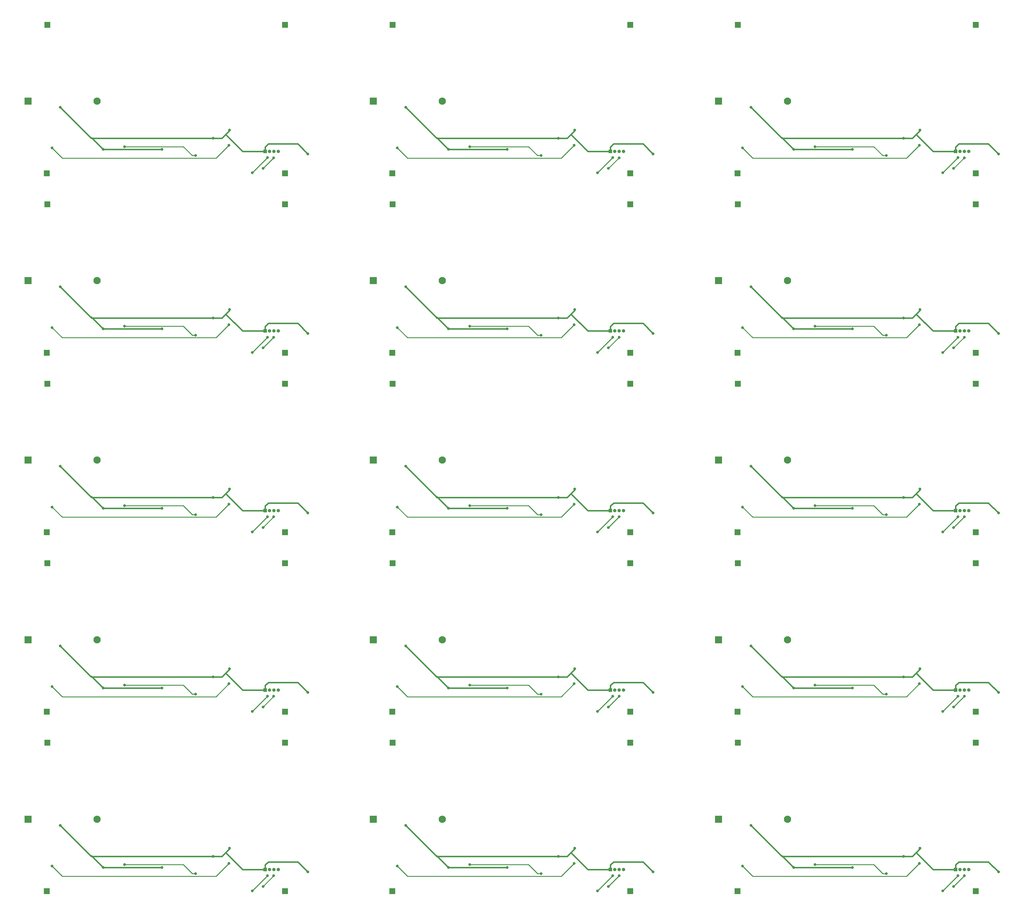
<source format=gbl>
%TF.GenerationSoftware,KiCad,Pcbnew,7.0.1-3b83917a11~171~ubuntu20.04.1*%
%TF.CreationDate,2023-10-26T02:31:41+02:00*%
%TF.ProjectId,panel_bottom,70616e65-6c5f-4626-9f74-746f6d2e6b69,rev?*%
%TF.SameCoordinates,Original*%
%TF.FileFunction,Copper,L2,Bot*%
%TF.FilePolarity,Positive*%
%FSLAX46Y46*%
G04 Gerber Fmt 4.6, Leading zero omitted, Abs format (unit mm)*
G04 Created by KiCad (PCBNEW 7.0.1-3b83917a11~171~ubuntu20.04.1) date 2023-10-26 02:31:41*
%MOMM*%
%LPD*%
G01*
G04 APERTURE LIST*
%TA.AperFunction,ComponentPad*%
%ADD10R,1.700000X1.700000*%
%TD*%
%TA.AperFunction,ComponentPad*%
%ADD11R,2.100000X2.100000*%
%TD*%
%TA.AperFunction,ComponentPad*%
%ADD12C,2.100000*%
%TD*%
%TA.AperFunction,ComponentPad*%
%ADD13R,1.000000X1.000000*%
%TD*%
%TA.AperFunction,ComponentPad*%
%ADD14O,1.000000X1.000000*%
%TD*%
%TA.AperFunction,ViaPad*%
%ADD15C,0.800000*%
%TD*%
%TA.AperFunction,Conductor*%
%ADD16C,0.254000*%
%TD*%
%TA.AperFunction,Conductor*%
%ADD17C,0.381000*%
%TD*%
G04 APERTURE END LIST*
D10*
%TO.P,J3,1,Pin_1*%
%TO.N,Board_11-GND*%
X213300000Y-179500000D03*
%TD*%
%TO.P,J3,1,Pin_1*%
%TO.N,Board_12-GND*%
X13300000Y-231500000D03*
%TD*%
%TO.P,J3,1,Pin_1*%
%TO.N,Board_13-GND*%
X113300000Y-231500000D03*
%TD*%
%TO.P,J3,1,Pin_1*%
%TO.N,Board_14-GND*%
X213300000Y-231500000D03*
%TD*%
%TO.P,J3,1,Pin_1*%
%TO.N,Board_0-GND*%
X13300000Y-23500000D03*
%TD*%
%TO.P,J3,1,Pin_1*%
%TO.N,Board_1-GND*%
X113300000Y-23500000D03*
%TD*%
%TO.P,J3,1,Pin_1*%
%TO.N,Board_2-GND*%
X213300000Y-23500000D03*
%TD*%
%TO.P,J3,1,Pin_1*%
%TO.N,Board_3-GND*%
X13300000Y-75500000D03*
%TD*%
%TO.P,J3,1,Pin_1*%
%TO.N,Board_4-GND*%
X113300000Y-75500000D03*
%TD*%
%TO.P,J3,1,Pin_1*%
%TO.N,Board_5-GND*%
X213300000Y-75500000D03*
%TD*%
%TO.P,J3,1,Pin_1*%
%TO.N,Board_6-GND*%
X13300000Y-127500000D03*
%TD*%
%TO.P,J3,1,Pin_1*%
%TO.N,Board_7-GND*%
X113300000Y-127500000D03*
%TD*%
%TO.P,J3,1,Pin_1*%
%TO.N,Board_8-GND*%
X213300000Y-127500000D03*
%TD*%
%TO.P,J3,1,Pin_1*%
%TO.N,Board_9-GND*%
X13300000Y-179500000D03*
%TD*%
%TO.P,J3,1,Pin_1*%
%TO.N,Board_10-GND*%
X113300000Y-179500000D03*
%TD*%
%TO.P,J8,1,Pin_1*%
%TO.N,Board_0-GND*%
X13200000Y-66500000D03*
%TD*%
%TO.P,J8,1,Pin_1*%
%TO.N,Board_1-GND*%
X113200000Y-66500000D03*
%TD*%
%TO.P,J8,1,Pin_1*%
%TO.N,Board_2-GND*%
X213200000Y-66500000D03*
%TD*%
%TO.P,J8,1,Pin_1*%
%TO.N,Board_3-GND*%
X13200000Y-118500000D03*
%TD*%
%TO.P,J8,1,Pin_1*%
%TO.N,Board_4-GND*%
X113200000Y-118500000D03*
%TD*%
%TO.P,J8,1,Pin_1*%
%TO.N,Board_5-GND*%
X213200000Y-118500000D03*
%TD*%
%TO.P,J8,1,Pin_1*%
%TO.N,Board_6-GND*%
X13200000Y-170500000D03*
%TD*%
%TO.P,J8,1,Pin_1*%
%TO.N,Board_7-GND*%
X113200000Y-170500000D03*
%TD*%
%TO.P,J8,1,Pin_1*%
%TO.N,Board_8-GND*%
X213200000Y-170500000D03*
%TD*%
%TO.P,J8,1,Pin_1*%
%TO.N,Board_9-GND*%
X13200000Y-222500000D03*
%TD*%
%TO.P,J8,1,Pin_1*%
%TO.N,Board_10-GND*%
X113200000Y-222500000D03*
%TD*%
%TO.P,J8,1,Pin_1*%
%TO.N,Board_11-GND*%
X213200000Y-222500000D03*
%TD*%
%TO.P,J8,1,Pin_1*%
%TO.N,Board_12-GND*%
X13200000Y-274500000D03*
%TD*%
%TO.P,J8,1,Pin_1*%
%TO.N,Board_13-GND*%
X113200000Y-274500000D03*
%TD*%
%TO.P,J8,1,Pin_1*%
%TO.N,Board_14-GND*%
X213200000Y-274500000D03*
%TD*%
D11*
%TO.P,BT1,1,+*%
%TO.N,Board_0-VCC*%
X7731400Y-45618800D03*
D12*
%TO.P,BT1,2,-*%
%TO.N,Board_0-GND*%
X27731400Y-45618800D03*
%TD*%
D11*
%TO.P,BT1,1,+*%
%TO.N,Board_1-VCC*%
X107731400Y-45618800D03*
D12*
%TO.P,BT1,2,-*%
%TO.N,Board_1-GND*%
X127731400Y-45618800D03*
%TD*%
D11*
%TO.P,BT1,1,+*%
%TO.N,Board_2-VCC*%
X207731400Y-45618800D03*
D12*
%TO.P,BT1,2,-*%
%TO.N,Board_2-GND*%
X227731400Y-45618800D03*
%TD*%
D11*
%TO.P,BT1,1,+*%
%TO.N,Board_3-VCC*%
X7731400Y-97618800D03*
D12*
%TO.P,BT1,2,-*%
%TO.N,Board_3-GND*%
X27731400Y-97618800D03*
%TD*%
D11*
%TO.P,BT1,1,+*%
%TO.N,Board_4-VCC*%
X107731400Y-97618800D03*
D12*
%TO.P,BT1,2,-*%
%TO.N,Board_4-GND*%
X127731400Y-97618800D03*
%TD*%
D11*
%TO.P,BT1,1,+*%
%TO.N,Board_5-VCC*%
X207731400Y-97618800D03*
D12*
%TO.P,BT1,2,-*%
%TO.N,Board_5-GND*%
X227731400Y-97618800D03*
%TD*%
D11*
%TO.P,BT1,1,+*%
%TO.N,Board_6-VCC*%
X7731400Y-149618800D03*
D12*
%TO.P,BT1,2,-*%
%TO.N,Board_6-GND*%
X27731400Y-149618800D03*
%TD*%
D11*
%TO.P,BT1,1,+*%
%TO.N,Board_7-VCC*%
X107731400Y-149618800D03*
D12*
%TO.P,BT1,2,-*%
%TO.N,Board_7-GND*%
X127731400Y-149618800D03*
%TD*%
D11*
%TO.P,BT1,1,+*%
%TO.N,Board_8-VCC*%
X207731400Y-149618800D03*
D12*
%TO.P,BT1,2,-*%
%TO.N,Board_8-GND*%
X227731400Y-149618800D03*
%TD*%
D11*
%TO.P,BT1,1,+*%
%TO.N,Board_9-VCC*%
X7731400Y-201618800D03*
D12*
%TO.P,BT1,2,-*%
%TO.N,Board_9-GND*%
X27731400Y-201618800D03*
%TD*%
D11*
%TO.P,BT1,1,+*%
%TO.N,Board_10-VCC*%
X107731400Y-201618800D03*
D12*
%TO.P,BT1,2,-*%
%TO.N,Board_10-GND*%
X127731400Y-201618800D03*
%TD*%
D11*
%TO.P,BT1,1,+*%
%TO.N,Board_11-VCC*%
X207731400Y-201618800D03*
D12*
%TO.P,BT1,2,-*%
%TO.N,Board_11-GND*%
X227731400Y-201618800D03*
%TD*%
D11*
%TO.P,BT1,1,+*%
%TO.N,Board_12-VCC*%
X7731400Y-253618800D03*
D12*
%TO.P,BT1,2,-*%
%TO.N,Board_12-GND*%
X27731400Y-253618800D03*
%TD*%
D11*
%TO.P,BT1,1,+*%
%TO.N,Board_13-VCC*%
X107731400Y-253618800D03*
D12*
%TO.P,BT1,2,-*%
%TO.N,Board_13-GND*%
X127731400Y-253618800D03*
%TD*%
D11*
%TO.P,BT1,1,+*%
%TO.N,Board_14-VCC*%
X207731400Y-253618800D03*
D12*
%TO.P,BT1,2,-*%
%TO.N,Board_14-GND*%
X227731400Y-253618800D03*
%TD*%
D10*
%TO.P,J6,1,Pin_1*%
%TO.N,Board_0-GND*%
X82200000Y-23500000D03*
%TD*%
%TO.P,J6,1,Pin_1*%
%TO.N,Board_1-GND*%
X182200000Y-23500000D03*
%TD*%
%TO.P,J6,1,Pin_1*%
%TO.N,Board_2-GND*%
X282200000Y-23500000D03*
%TD*%
%TO.P,J6,1,Pin_1*%
%TO.N,Board_3-GND*%
X82200000Y-75500000D03*
%TD*%
%TO.P,J6,1,Pin_1*%
%TO.N,Board_4-GND*%
X182200000Y-75500000D03*
%TD*%
%TO.P,J6,1,Pin_1*%
%TO.N,Board_5-GND*%
X282200000Y-75500000D03*
%TD*%
%TO.P,J6,1,Pin_1*%
%TO.N,Board_6-GND*%
X82200000Y-127500000D03*
%TD*%
%TO.P,J6,1,Pin_1*%
%TO.N,Board_7-GND*%
X182200000Y-127500000D03*
%TD*%
%TO.P,J6,1,Pin_1*%
%TO.N,Board_8-GND*%
X282200000Y-127500000D03*
%TD*%
%TO.P,J6,1,Pin_1*%
%TO.N,Board_9-GND*%
X82200000Y-179500000D03*
%TD*%
%TO.P,J6,1,Pin_1*%
%TO.N,Board_10-GND*%
X182200000Y-179500000D03*
%TD*%
%TO.P,J6,1,Pin_1*%
%TO.N,Board_11-GND*%
X282200000Y-179500000D03*
%TD*%
%TO.P,J6,1,Pin_1*%
%TO.N,Board_12-GND*%
X82200000Y-231500000D03*
%TD*%
%TO.P,J6,1,Pin_1*%
%TO.N,Board_13-GND*%
X182200000Y-231500000D03*
%TD*%
%TO.P,J6,1,Pin_1*%
%TO.N,Board_14-GND*%
X282200000Y-231500000D03*
%TD*%
%TO.P,J4,1,Pin_1*%
%TO.N,Board_0-GND*%
X82200000Y-66500000D03*
%TD*%
%TO.P,J4,1,Pin_1*%
%TO.N,Board_1-GND*%
X182200000Y-66500000D03*
%TD*%
%TO.P,J4,1,Pin_1*%
%TO.N,Board_2-GND*%
X282200000Y-66500000D03*
%TD*%
%TO.P,J4,1,Pin_1*%
%TO.N,Board_3-GND*%
X82200000Y-118500000D03*
%TD*%
%TO.P,J4,1,Pin_1*%
%TO.N,Board_4-GND*%
X182200000Y-118500000D03*
%TD*%
%TO.P,J4,1,Pin_1*%
%TO.N,Board_5-GND*%
X282200000Y-118500000D03*
%TD*%
%TO.P,J4,1,Pin_1*%
%TO.N,Board_6-GND*%
X82200000Y-170500000D03*
%TD*%
%TO.P,J4,1,Pin_1*%
%TO.N,Board_7-GND*%
X182200000Y-170500000D03*
%TD*%
%TO.P,J4,1,Pin_1*%
%TO.N,Board_8-GND*%
X282200000Y-170500000D03*
%TD*%
%TO.P,J4,1,Pin_1*%
%TO.N,Board_9-GND*%
X82200000Y-222500000D03*
%TD*%
%TO.P,J4,1,Pin_1*%
%TO.N,Board_10-GND*%
X182200000Y-222500000D03*
%TD*%
%TO.P,J4,1,Pin_1*%
%TO.N,Board_11-GND*%
X282200000Y-222500000D03*
%TD*%
%TO.P,J4,1,Pin_1*%
%TO.N,Board_12-GND*%
X82200000Y-274500000D03*
%TD*%
%TO.P,J4,1,Pin_1*%
%TO.N,Board_13-GND*%
X182200000Y-274500000D03*
%TD*%
%TO.P,J4,1,Pin_1*%
%TO.N,Board_14-GND*%
X282200000Y-274500000D03*
%TD*%
D13*
%TO.P,J1,1,Pin_1*%
%TO.N,Board_0-VCC*%
X76430000Y-60200000D03*
D14*
%TO.P,J1,2,Pin_2*%
%TO.N,Board_0-/P3.0*%
X77700000Y-60200000D03*
%TO.P,J1,3,Pin_3*%
%TO.N,Board_0-/P3.1*%
X78970000Y-60200000D03*
%TO.P,J1,4,Pin_4*%
%TO.N,Board_0-GND*%
X80240000Y-60200000D03*
%TD*%
D13*
%TO.P,J1,1,Pin_1*%
%TO.N,Board_1-VCC*%
X176430000Y-60200000D03*
D14*
%TO.P,J1,2,Pin_2*%
%TO.N,Board_1-/P3.0*%
X177700000Y-60200000D03*
%TO.P,J1,3,Pin_3*%
%TO.N,Board_1-/P3.1*%
X178970000Y-60200000D03*
%TO.P,J1,4,Pin_4*%
%TO.N,Board_1-GND*%
X180240000Y-60200000D03*
%TD*%
D13*
%TO.P,J1,1,Pin_1*%
%TO.N,Board_2-VCC*%
X276430000Y-60200000D03*
D14*
%TO.P,J1,2,Pin_2*%
%TO.N,Board_2-/P3.0*%
X277700000Y-60200000D03*
%TO.P,J1,3,Pin_3*%
%TO.N,Board_2-/P3.1*%
X278970000Y-60200000D03*
%TO.P,J1,4,Pin_4*%
%TO.N,Board_2-GND*%
X280240000Y-60200000D03*
%TD*%
D13*
%TO.P,J1,1,Pin_1*%
%TO.N,Board_3-VCC*%
X76430000Y-112200000D03*
D14*
%TO.P,J1,2,Pin_2*%
%TO.N,Board_3-/P3.0*%
X77700000Y-112200000D03*
%TO.P,J1,3,Pin_3*%
%TO.N,Board_3-/P3.1*%
X78970000Y-112200000D03*
%TO.P,J1,4,Pin_4*%
%TO.N,Board_3-GND*%
X80240000Y-112200000D03*
%TD*%
D13*
%TO.P,J1,1,Pin_1*%
%TO.N,Board_4-VCC*%
X176430000Y-112200000D03*
D14*
%TO.P,J1,2,Pin_2*%
%TO.N,Board_4-/P3.0*%
X177700000Y-112200000D03*
%TO.P,J1,3,Pin_3*%
%TO.N,Board_4-/P3.1*%
X178970000Y-112200000D03*
%TO.P,J1,4,Pin_4*%
%TO.N,Board_4-GND*%
X180240000Y-112200000D03*
%TD*%
D13*
%TO.P,J1,1,Pin_1*%
%TO.N,Board_5-VCC*%
X276430000Y-112200000D03*
D14*
%TO.P,J1,2,Pin_2*%
%TO.N,Board_5-/P3.0*%
X277700000Y-112200000D03*
%TO.P,J1,3,Pin_3*%
%TO.N,Board_5-/P3.1*%
X278970000Y-112200000D03*
%TO.P,J1,4,Pin_4*%
%TO.N,Board_5-GND*%
X280240000Y-112200000D03*
%TD*%
D13*
%TO.P,J1,1,Pin_1*%
%TO.N,Board_6-VCC*%
X76430000Y-164200000D03*
D14*
%TO.P,J1,2,Pin_2*%
%TO.N,Board_6-/P3.0*%
X77700000Y-164200000D03*
%TO.P,J1,3,Pin_3*%
%TO.N,Board_6-/P3.1*%
X78970000Y-164200000D03*
%TO.P,J1,4,Pin_4*%
%TO.N,Board_6-GND*%
X80240000Y-164200000D03*
%TD*%
D13*
%TO.P,J1,1,Pin_1*%
%TO.N,Board_7-VCC*%
X176430000Y-164200000D03*
D14*
%TO.P,J1,2,Pin_2*%
%TO.N,Board_7-/P3.0*%
X177700000Y-164200000D03*
%TO.P,J1,3,Pin_3*%
%TO.N,Board_7-/P3.1*%
X178970000Y-164200000D03*
%TO.P,J1,4,Pin_4*%
%TO.N,Board_7-GND*%
X180240000Y-164200000D03*
%TD*%
D13*
%TO.P,J1,1,Pin_1*%
%TO.N,Board_8-VCC*%
X276430000Y-164200000D03*
D14*
%TO.P,J1,2,Pin_2*%
%TO.N,Board_8-/P3.0*%
X277700000Y-164200000D03*
%TO.P,J1,3,Pin_3*%
%TO.N,Board_8-/P3.1*%
X278970000Y-164200000D03*
%TO.P,J1,4,Pin_4*%
%TO.N,Board_8-GND*%
X280240000Y-164200000D03*
%TD*%
D13*
%TO.P,J1,1,Pin_1*%
%TO.N,Board_9-VCC*%
X76430000Y-216200000D03*
D14*
%TO.P,J1,2,Pin_2*%
%TO.N,Board_9-/P3.0*%
X77700000Y-216200000D03*
%TO.P,J1,3,Pin_3*%
%TO.N,Board_9-/P3.1*%
X78970000Y-216200000D03*
%TO.P,J1,4,Pin_4*%
%TO.N,Board_9-GND*%
X80240000Y-216200000D03*
%TD*%
D13*
%TO.P,J1,1,Pin_1*%
%TO.N,Board_10-VCC*%
X176430000Y-216200000D03*
D14*
%TO.P,J1,2,Pin_2*%
%TO.N,Board_10-/P3.0*%
X177700000Y-216200000D03*
%TO.P,J1,3,Pin_3*%
%TO.N,Board_10-/P3.1*%
X178970000Y-216200000D03*
%TO.P,J1,4,Pin_4*%
%TO.N,Board_10-GND*%
X180240000Y-216200000D03*
%TD*%
D13*
%TO.P,J1,1,Pin_1*%
%TO.N,Board_11-VCC*%
X276430000Y-216200000D03*
D14*
%TO.P,J1,2,Pin_2*%
%TO.N,Board_11-/P3.0*%
X277700000Y-216200000D03*
%TO.P,J1,3,Pin_3*%
%TO.N,Board_11-/P3.1*%
X278970000Y-216200000D03*
%TO.P,J1,4,Pin_4*%
%TO.N,Board_11-GND*%
X280240000Y-216200000D03*
%TD*%
D13*
%TO.P,J1,1,Pin_1*%
%TO.N,Board_12-VCC*%
X76430000Y-268200000D03*
D14*
%TO.P,J1,2,Pin_2*%
%TO.N,Board_12-/P3.0*%
X77700000Y-268200000D03*
%TO.P,J1,3,Pin_3*%
%TO.N,Board_12-/P3.1*%
X78970000Y-268200000D03*
%TO.P,J1,4,Pin_4*%
%TO.N,Board_12-GND*%
X80240000Y-268200000D03*
%TD*%
D13*
%TO.P,J1,1,Pin_1*%
%TO.N,Board_13-VCC*%
X176430000Y-268200000D03*
D14*
%TO.P,J1,2,Pin_2*%
%TO.N,Board_13-/P3.0*%
X177700000Y-268200000D03*
%TO.P,J1,3,Pin_3*%
%TO.N,Board_13-/P3.1*%
X178970000Y-268200000D03*
%TO.P,J1,4,Pin_4*%
%TO.N,Board_13-GND*%
X180240000Y-268200000D03*
%TD*%
D13*
%TO.P,J1,1,Pin_1*%
%TO.N,Board_14-VCC*%
X276430000Y-268200000D03*
D14*
%TO.P,J1,2,Pin_2*%
%TO.N,Board_14-/P3.0*%
X277700000Y-268200000D03*
%TO.P,J1,3,Pin_3*%
%TO.N,Board_14-/P3.1*%
X278970000Y-268200000D03*
%TO.P,J1,4,Pin_4*%
%TO.N,Board_14-GND*%
X280240000Y-268200000D03*
%TD*%
D15*
%TO.N,Board_0-/LED_EN_M1*%
X35700000Y-58800000D03*
X56300000Y-61400000D03*
%TO.N,Board_0-/P3.0*%
X77100000Y-62000000D03*
X72700000Y-66400000D03*
%TO.N,Board_0-/P3.1*%
X75805500Y-65105500D03*
X78900000Y-62011000D03*
%TO.N,Board_0-/SW_IN*%
X14700000Y-59200000D03*
X65900000Y-58400000D03*
%TO.N,Board_0-VCC*%
X46500000Y-59600000D03*
X66100000Y-54000000D03*
X88800000Y-60900000D03*
X29500000Y-59600000D03*
X17100000Y-47400000D03*
X61300000Y-56400000D03*
%TO.N,Board_1-/LED_EN_M1*%
X135700000Y-58800000D03*
X156300000Y-61400000D03*
%TO.N,Board_1-/P3.0*%
X177100000Y-62000000D03*
X172700000Y-66400000D03*
%TO.N,Board_1-/P3.1*%
X175805500Y-65105500D03*
X178900000Y-62011000D03*
%TO.N,Board_1-/SW_IN*%
X114700000Y-59200000D03*
X165900000Y-58400000D03*
%TO.N,Board_1-VCC*%
X146500000Y-59600000D03*
X166100000Y-54000000D03*
X188800000Y-60900000D03*
X129500000Y-59600000D03*
X117100000Y-47400000D03*
X161300000Y-56400000D03*
%TO.N,Board_2-/LED_EN_M1*%
X235700000Y-58800000D03*
X256300000Y-61400000D03*
%TO.N,Board_2-/P3.0*%
X277100000Y-62000000D03*
X272700000Y-66400000D03*
%TO.N,Board_2-/P3.1*%
X275805500Y-65105500D03*
X278900000Y-62011000D03*
%TO.N,Board_2-/SW_IN*%
X214700000Y-59200000D03*
X265900000Y-58400000D03*
%TO.N,Board_2-VCC*%
X246500000Y-59600000D03*
X266100000Y-54000000D03*
X288800000Y-60900000D03*
X229500000Y-59600000D03*
X217100000Y-47400000D03*
X261300000Y-56400000D03*
%TO.N,Board_3-/LED_EN_M1*%
X35700000Y-110800000D03*
X56300000Y-113400000D03*
%TO.N,Board_3-/P3.0*%
X77100000Y-114000000D03*
X72700000Y-118400000D03*
%TO.N,Board_3-/P3.1*%
X75805500Y-117105500D03*
X78900000Y-114011000D03*
%TO.N,Board_3-/SW_IN*%
X14700000Y-111200000D03*
X65900000Y-110400000D03*
%TO.N,Board_3-VCC*%
X46500000Y-111600000D03*
X66100000Y-106000000D03*
X88800000Y-112900000D03*
X29500000Y-111600000D03*
X17100000Y-99400000D03*
X61300000Y-108400000D03*
%TO.N,Board_4-/LED_EN_M1*%
X135700000Y-110800000D03*
X156300000Y-113400000D03*
%TO.N,Board_4-/P3.0*%
X177100000Y-114000000D03*
X172700000Y-118400000D03*
%TO.N,Board_4-/P3.1*%
X175805500Y-117105500D03*
X178900000Y-114011000D03*
%TO.N,Board_4-/SW_IN*%
X114700000Y-111200000D03*
X165900000Y-110400000D03*
%TO.N,Board_4-VCC*%
X146500000Y-111600000D03*
X166100000Y-106000000D03*
X188800000Y-112900000D03*
X129500000Y-111600000D03*
X117100000Y-99400000D03*
X161300000Y-108400000D03*
%TO.N,Board_5-/LED_EN_M1*%
X235700000Y-110800000D03*
X256300000Y-113400000D03*
%TO.N,Board_5-/P3.0*%
X277100000Y-114000000D03*
X272700000Y-118400000D03*
%TO.N,Board_5-/P3.1*%
X275805500Y-117105500D03*
X278900000Y-114011000D03*
%TO.N,Board_5-/SW_IN*%
X214700000Y-111200000D03*
X265900000Y-110400000D03*
%TO.N,Board_5-VCC*%
X246500000Y-111600000D03*
X266100000Y-106000000D03*
X288800000Y-112900000D03*
X229500000Y-111600000D03*
X217100000Y-99400000D03*
X261300000Y-108400000D03*
%TO.N,Board_6-/LED_EN_M1*%
X35700000Y-162800000D03*
X56300000Y-165400000D03*
%TO.N,Board_6-/P3.0*%
X77100000Y-166000000D03*
X72700000Y-170400000D03*
%TO.N,Board_6-/P3.1*%
X75805500Y-169105500D03*
X78900000Y-166011000D03*
%TO.N,Board_6-/SW_IN*%
X14700000Y-163200000D03*
X65900000Y-162400000D03*
%TO.N,Board_6-VCC*%
X46500000Y-163600000D03*
X66100000Y-158000000D03*
X88800000Y-164900000D03*
X29500000Y-163600000D03*
X17100000Y-151400000D03*
X61300000Y-160400000D03*
%TO.N,Board_7-/LED_EN_M1*%
X135700000Y-162800000D03*
X156300000Y-165400000D03*
%TO.N,Board_7-/P3.0*%
X177100000Y-166000000D03*
X172700000Y-170400000D03*
%TO.N,Board_7-/P3.1*%
X175805500Y-169105500D03*
X178900000Y-166011000D03*
%TO.N,Board_7-/SW_IN*%
X114700000Y-163200000D03*
X165900000Y-162400000D03*
%TO.N,Board_7-VCC*%
X146500000Y-163600000D03*
X166100000Y-158000000D03*
X188800000Y-164900000D03*
X129500000Y-163600000D03*
X117100000Y-151400000D03*
X161300000Y-160400000D03*
%TO.N,Board_8-/LED_EN_M1*%
X235700000Y-162800000D03*
X256300000Y-165400000D03*
%TO.N,Board_8-/P3.0*%
X277100000Y-166000000D03*
X272700000Y-170400000D03*
%TO.N,Board_8-/P3.1*%
X275805500Y-169105500D03*
X278900000Y-166011000D03*
%TO.N,Board_8-/SW_IN*%
X214700000Y-163200000D03*
X265900000Y-162400000D03*
%TO.N,Board_8-VCC*%
X246500000Y-163600000D03*
X266100000Y-158000000D03*
X288800000Y-164900000D03*
X229500000Y-163600000D03*
X217100000Y-151400000D03*
X261300000Y-160400000D03*
%TO.N,Board_9-/LED_EN_M1*%
X35700000Y-214800000D03*
X56300000Y-217400000D03*
%TO.N,Board_9-/P3.0*%
X77100000Y-218000000D03*
X72700000Y-222400000D03*
%TO.N,Board_9-/P3.1*%
X75805500Y-221105500D03*
X78900000Y-218011000D03*
%TO.N,Board_9-/SW_IN*%
X14700000Y-215200000D03*
X65900000Y-214400000D03*
%TO.N,Board_9-VCC*%
X46500000Y-215600000D03*
X66100000Y-210000000D03*
X88800000Y-216900000D03*
X29500000Y-215600000D03*
X17100000Y-203400000D03*
X61300000Y-212400000D03*
%TO.N,Board_10-/LED_EN_M1*%
X135700000Y-214800000D03*
X156300000Y-217400000D03*
%TO.N,Board_10-/P3.0*%
X177100000Y-218000000D03*
X172700000Y-222400000D03*
%TO.N,Board_10-/P3.1*%
X175805500Y-221105500D03*
X178900000Y-218011000D03*
%TO.N,Board_10-/SW_IN*%
X114700000Y-215200000D03*
X165900000Y-214400000D03*
%TO.N,Board_10-VCC*%
X146500000Y-215600000D03*
X166100000Y-210000000D03*
X188800000Y-216900000D03*
X129500000Y-215600000D03*
X117100000Y-203400000D03*
X161300000Y-212400000D03*
%TO.N,Board_11-/LED_EN_M1*%
X235700000Y-214800000D03*
X256300000Y-217400000D03*
%TO.N,Board_11-/P3.0*%
X277100000Y-218000000D03*
X272700000Y-222400000D03*
%TO.N,Board_11-/P3.1*%
X275805500Y-221105500D03*
X278900000Y-218011000D03*
%TO.N,Board_11-/SW_IN*%
X214700000Y-215200000D03*
X265900000Y-214400000D03*
%TO.N,Board_11-VCC*%
X246500000Y-215600000D03*
X266100000Y-210000000D03*
X288800000Y-216900000D03*
X229500000Y-215600000D03*
X217100000Y-203400000D03*
X261300000Y-212400000D03*
%TO.N,Board_12-/LED_EN_M1*%
X35700000Y-266800000D03*
X56300000Y-269400000D03*
%TO.N,Board_12-/P3.0*%
X77100000Y-270000000D03*
X72700000Y-274400000D03*
%TO.N,Board_12-/P3.1*%
X75805500Y-273105500D03*
X78900000Y-270011000D03*
%TO.N,Board_12-/SW_IN*%
X14700000Y-267200000D03*
X65900000Y-266400000D03*
%TO.N,Board_12-VCC*%
X46500000Y-267600000D03*
X66100000Y-262000000D03*
X88800000Y-268900000D03*
X29500000Y-267600000D03*
X17100000Y-255400000D03*
X61300000Y-264400000D03*
%TO.N,Board_13-/LED_EN_M1*%
X135700000Y-266800000D03*
X156300000Y-269400000D03*
%TO.N,Board_13-/P3.0*%
X177100000Y-270000000D03*
X172700000Y-274400000D03*
%TO.N,Board_13-/P3.1*%
X175805500Y-273105500D03*
X178900000Y-270011000D03*
%TO.N,Board_13-/SW_IN*%
X114700000Y-267200000D03*
X165900000Y-266400000D03*
%TO.N,Board_13-VCC*%
X146500000Y-267600000D03*
X166100000Y-262000000D03*
X188800000Y-268900000D03*
X129500000Y-267600000D03*
X117100000Y-255400000D03*
X161300000Y-264400000D03*
%TO.N,Board_14-/LED_EN_M1*%
X235700000Y-266800000D03*
X256300000Y-269400000D03*
%TO.N,Board_14-/P3.0*%
X277100000Y-270000000D03*
X272700000Y-274400000D03*
%TO.N,Board_14-/P3.1*%
X275805500Y-273105500D03*
X278900000Y-270011000D03*
%TO.N,Board_14-/SW_IN*%
X214700000Y-267200000D03*
X265900000Y-266400000D03*
%TO.N,Board_14-VCC*%
X246500000Y-267600000D03*
X266100000Y-262000000D03*
X288800000Y-268900000D03*
X229500000Y-267600000D03*
X217100000Y-255400000D03*
X261300000Y-264400000D03*
%TD*%
D16*
%TO.N,Board_0-/LED_EN_M1*%
X52700000Y-58800000D02*
X35700000Y-58800000D01*
X56300000Y-61400000D02*
X55300000Y-61400000D01*
X55300000Y-61400000D02*
X52700000Y-58800000D01*
%TO.N,Board_0-/P3.0*%
X72700000Y-66400000D02*
X77100000Y-62000000D01*
%TO.N,Board_0-/P3.1*%
X75805500Y-65105500D02*
X78900000Y-62011000D01*
%TO.N,Board_0-/SW_IN*%
X62173000Y-62127000D02*
X17627000Y-62127000D01*
X17627000Y-62127000D02*
X14700000Y-59200000D01*
X65900000Y-58400000D02*
X62173000Y-62127000D01*
D17*
%TO.N,Board_0-VCC*%
X77300000Y-58000000D02*
X76430000Y-58870000D01*
X29500000Y-59600000D02*
X26100000Y-56200000D01*
X66100000Y-54200000D02*
X65000000Y-55300000D01*
X65000000Y-55300000D02*
X69900000Y-60200000D01*
X25900000Y-56200000D02*
X26100000Y-56400000D01*
X26100000Y-56200000D02*
X25900000Y-56200000D01*
X26100000Y-56400000D02*
X26300000Y-56400000D01*
X85900000Y-58000000D02*
X77300000Y-58000000D01*
X17100000Y-47400000D02*
X25900000Y-56200000D01*
X63900000Y-56400000D02*
X61300000Y-56400000D01*
X76430000Y-58870000D02*
X76430000Y-60200000D01*
X88800000Y-60900000D02*
X85900000Y-58000000D01*
X65000000Y-55300000D02*
X63900000Y-56400000D01*
X29500000Y-59600000D02*
X46500000Y-59600000D01*
X69900000Y-60200000D02*
X76430000Y-60200000D01*
X26300000Y-56400000D02*
X61300000Y-56400000D01*
X66100000Y-54000000D02*
X66100000Y-54200000D01*
D16*
%TO.N,Board_1-/LED_EN_M1*%
X152700000Y-58800000D02*
X135700000Y-58800000D01*
X156300000Y-61400000D02*
X155300000Y-61400000D01*
X155300000Y-61400000D02*
X152700000Y-58800000D01*
%TO.N,Board_1-/P3.0*%
X172700000Y-66400000D02*
X177100000Y-62000000D01*
%TO.N,Board_1-/P3.1*%
X175805500Y-65105500D02*
X178900000Y-62011000D01*
%TO.N,Board_1-/SW_IN*%
X162173000Y-62127000D02*
X117627000Y-62127000D01*
X117627000Y-62127000D02*
X114700000Y-59200000D01*
X165900000Y-58400000D02*
X162173000Y-62127000D01*
D17*
%TO.N,Board_1-VCC*%
X177300000Y-58000000D02*
X176430000Y-58870000D01*
X129500000Y-59600000D02*
X126100000Y-56200000D01*
X166100000Y-54200000D02*
X165000000Y-55300000D01*
X165000000Y-55300000D02*
X169900000Y-60200000D01*
X125900000Y-56200000D02*
X126100000Y-56400000D01*
X126100000Y-56200000D02*
X125900000Y-56200000D01*
X126100000Y-56400000D02*
X126300000Y-56400000D01*
X185900000Y-58000000D02*
X177300000Y-58000000D01*
X117100000Y-47400000D02*
X125900000Y-56200000D01*
X163900000Y-56400000D02*
X161300000Y-56400000D01*
X176430000Y-58870000D02*
X176430000Y-60200000D01*
X188800000Y-60900000D02*
X185900000Y-58000000D01*
X165000000Y-55300000D02*
X163900000Y-56400000D01*
X129500000Y-59600000D02*
X146500000Y-59600000D01*
X169900000Y-60200000D02*
X176430000Y-60200000D01*
X126300000Y-56400000D02*
X161300000Y-56400000D01*
X166100000Y-54000000D02*
X166100000Y-54200000D01*
D16*
%TO.N,Board_2-/LED_EN_M1*%
X252700000Y-58800000D02*
X235700000Y-58800000D01*
X256300000Y-61400000D02*
X255300000Y-61400000D01*
X255300000Y-61400000D02*
X252700000Y-58800000D01*
%TO.N,Board_2-/P3.0*%
X272700000Y-66400000D02*
X277100000Y-62000000D01*
%TO.N,Board_2-/P3.1*%
X275805500Y-65105500D02*
X278900000Y-62011000D01*
%TO.N,Board_2-/SW_IN*%
X262173000Y-62127000D02*
X217627000Y-62127000D01*
X217627000Y-62127000D02*
X214700000Y-59200000D01*
X265900000Y-58400000D02*
X262173000Y-62127000D01*
D17*
%TO.N,Board_2-VCC*%
X277300000Y-58000000D02*
X276430000Y-58870000D01*
X229500000Y-59600000D02*
X226100000Y-56200000D01*
X266100000Y-54200000D02*
X265000000Y-55300000D01*
X265000000Y-55300000D02*
X269900000Y-60200000D01*
X225900000Y-56200000D02*
X226100000Y-56400000D01*
X226100000Y-56200000D02*
X225900000Y-56200000D01*
X226100000Y-56400000D02*
X226300000Y-56400000D01*
X285900000Y-58000000D02*
X277300000Y-58000000D01*
X217100000Y-47400000D02*
X225900000Y-56200000D01*
X263900000Y-56400000D02*
X261300000Y-56400000D01*
X276430000Y-58870000D02*
X276430000Y-60200000D01*
X288800000Y-60900000D02*
X285900000Y-58000000D01*
X265000000Y-55300000D02*
X263900000Y-56400000D01*
X229500000Y-59600000D02*
X246500000Y-59600000D01*
X269900000Y-60200000D02*
X276430000Y-60200000D01*
X226300000Y-56400000D02*
X261300000Y-56400000D01*
X266100000Y-54000000D02*
X266100000Y-54200000D01*
D16*
%TO.N,Board_3-/LED_EN_M1*%
X52700000Y-110800000D02*
X35700000Y-110800000D01*
X56300000Y-113400000D02*
X55300000Y-113400000D01*
X55300000Y-113400000D02*
X52700000Y-110800000D01*
%TO.N,Board_3-/P3.0*%
X72700000Y-118400000D02*
X77100000Y-114000000D01*
%TO.N,Board_3-/P3.1*%
X75805500Y-117105500D02*
X78900000Y-114011000D01*
%TO.N,Board_3-/SW_IN*%
X62173000Y-114127000D02*
X17627000Y-114127000D01*
X17627000Y-114127000D02*
X14700000Y-111200000D01*
X65900000Y-110400000D02*
X62173000Y-114127000D01*
D17*
%TO.N,Board_3-VCC*%
X77300000Y-110000000D02*
X76430000Y-110870000D01*
X29500000Y-111600000D02*
X26100000Y-108200000D01*
X66100000Y-106200000D02*
X65000000Y-107300000D01*
X65000000Y-107300000D02*
X69900000Y-112200000D01*
X25900000Y-108200000D02*
X26100000Y-108400000D01*
X26100000Y-108200000D02*
X25900000Y-108200000D01*
X26100000Y-108400000D02*
X26300000Y-108400000D01*
X85900000Y-110000000D02*
X77300000Y-110000000D01*
X17100000Y-99400000D02*
X25900000Y-108200000D01*
X63900000Y-108400000D02*
X61300000Y-108400000D01*
X76430000Y-110870000D02*
X76430000Y-112200000D01*
X88800000Y-112900000D02*
X85900000Y-110000000D01*
X65000000Y-107300000D02*
X63900000Y-108400000D01*
X29500000Y-111600000D02*
X46500000Y-111600000D01*
X69900000Y-112200000D02*
X76430000Y-112200000D01*
X26300000Y-108400000D02*
X61300000Y-108400000D01*
X66100000Y-106000000D02*
X66100000Y-106200000D01*
D16*
%TO.N,Board_4-/LED_EN_M1*%
X152700000Y-110800000D02*
X135700000Y-110800000D01*
X156300000Y-113400000D02*
X155300000Y-113400000D01*
X155300000Y-113400000D02*
X152700000Y-110800000D01*
%TO.N,Board_4-/P3.0*%
X172700000Y-118400000D02*
X177100000Y-114000000D01*
%TO.N,Board_4-/P3.1*%
X175805500Y-117105500D02*
X178900000Y-114011000D01*
%TO.N,Board_4-/SW_IN*%
X162173000Y-114127000D02*
X117627000Y-114127000D01*
X117627000Y-114127000D02*
X114700000Y-111200000D01*
X165900000Y-110400000D02*
X162173000Y-114127000D01*
D17*
%TO.N,Board_4-VCC*%
X177300000Y-110000000D02*
X176430000Y-110870000D01*
X129500000Y-111600000D02*
X126100000Y-108200000D01*
X166100000Y-106200000D02*
X165000000Y-107300000D01*
X165000000Y-107300000D02*
X169900000Y-112200000D01*
X125900000Y-108200000D02*
X126100000Y-108400000D01*
X126100000Y-108200000D02*
X125900000Y-108200000D01*
X126100000Y-108400000D02*
X126300000Y-108400000D01*
X185900000Y-110000000D02*
X177300000Y-110000000D01*
X117100000Y-99400000D02*
X125900000Y-108200000D01*
X163900000Y-108400000D02*
X161300000Y-108400000D01*
X176430000Y-110870000D02*
X176430000Y-112200000D01*
X188800000Y-112900000D02*
X185900000Y-110000000D01*
X165000000Y-107300000D02*
X163900000Y-108400000D01*
X129500000Y-111600000D02*
X146500000Y-111600000D01*
X169900000Y-112200000D02*
X176430000Y-112200000D01*
X126300000Y-108400000D02*
X161300000Y-108400000D01*
X166100000Y-106000000D02*
X166100000Y-106200000D01*
D16*
%TO.N,Board_5-/LED_EN_M1*%
X252700000Y-110800000D02*
X235700000Y-110800000D01*
X256300000Y-113400000D02*
X255300000Y-113400000D01*
X255300000Y-113400000D02*
X252700000Y-110800000D01*
%TO.N,Board_5-/P3.0*%
X272700000Y-118400000D02*
X277100000Y-114000000D01*
%TO.N,Board_5-/P3.1*%
X275805500Y-117105500D02*
X278900000Y-114011000D01*
%TO.N,Board_5-/SW_IN*%
X262173000Y-114127000D02*
X217627000Y-114127000D01*
X217627000Y-114127000D02*
X214700000Y-111200000D01*
X265900000Y-110400000D02*
X262173000Y-114127000D01*
D17*
%TO.N,Board_5-VCC*%
X277300000Y-110000000D02*
X276430000Y-110870000D01*
X229500000Y-111600000D02*
X226100000Y-108200000D01*
X266100000Y-106200000D02*
X265000000Y-107300000D01*
X265000000Y-107300000D02*
X269900000Y-112200000D01*
X225900000Y-108200000D02*
X226100000Y-108400000D01*
X226100000Y-108200000D02*
X225900000Y-108200000D01*
X226100000Y-108400000D02*
X226300000Y-108400000D01*
X285900000Y-110000000D02*
X277300000Y-110000000D01*
X217100000Y-99400000D02*
X225900000Y-108200000D01*
X263900000Y-108400000D02*
X261300000Y-108400000D01*
X276430000Y-110870000D02*
X276430000Y-112200000D01*
X288800000Y-112900000D02*
X285900000Y-110000000D01*
X265000000Y-107300000D02*
X263900000Y-108400000D01*
X229500000Y-111600000D02*
X246500000Y-111600000D01*
X269900000Y-112200000D02*
X276430000Y-112200000D01*
X226300000Y-108400000D02*
X261300000Y-108400000D01*
X266100000Y-106000000D02*
X266100000Y-106200000D01*
D16*
%TO.N,Board_6-/LED_EN_M1*%
X52700000Y-162800000D02*
X35700000Y-162800000D01*
X56300000Y-165400000D02*
X55300000Y-165400000D01*
X55300000Y-165400000D02*
X52700000Y-162800000D01*
%TO.N,Board_6-/P3.0*%
X72700000Y-170400000D02*
X77100000Y-166000000D01*
%TO.N,Board_6-/P3.1*%
X75805500Y-169105500D02*
X78900000Y-166011000D01*
%TO.N,Board_6-/SW_IN*%
X62173000Y-166127000D02*
X17627000Y-166127000D01*
X17627000Y-166127000D02*
X14700000Y-163200000D01*
X65900000Y-162400000D02*
X62173000Y-166127000D01*
D17*
%TO.N,Board_6-VCC*%
X77300000Y-162000000D02*
X76430000Y-162870000D01*
X29500000Y-163600000D02*
X26100000Y-160200000D01*
X66100000Y-158200000D02*
X65000000Y-159300000D01*
X65000000Y-159300000D02*
X69900000Y-164200000D01*
X25900000Y-160200000D02*
X26100000Y-160400000D01*
X26100000Y-160200000D02*
X25900000Y-160200000D01*
X26100000Y-160400000D02*
X26300000Y-160400000D01*
X85900000Y-162000000D02*
X77300000Y-162000000D01*
X17100000Y-151400000D02*
X25900000Y-160200000D01*
X63900000Y-160400000D02*
X61300000Y-160400000D01*
X76430000Y-162870000D02*
X76430000Y-164200000D01*
X88800000Y-164900000D02*
X85900000Y-162000000D01*
X65000000Y-159300000D02*
X63900000Y-160400000D01*
X29500000Y-163600000D02*
X46500000Y-163600000D01*
X69900000Y-164200000D02*
X76430000Y-164200000D01*
X26300000Y-160400000D02*
X61300000Y-160400000D01*
X66100000Y-158000000D02*
X66100000Y-158200000D01*
D16*
%TO.N,Board_7-/LED_EN_M1*%
X152700000Y-162800000D02*
X135700000Y-162800000D01*
X156300000Y-165400000D02*
X155300000Y-165400000D01*
X155300000Y-165400000D02*
X152700000Y-162800000D01*
%TO.N,Board_7-/P3.0*%
X172700000Y-170400000D02*
X177100000Y-166000000D01*
%TO.N,Board_7-/P3.1*%
X175805500Y-169105500D02*
X178900000Y-166011000D01*
%TO.N,Board_7-/SW_IN*%
X162173000Y-166127000D02*
X117627000Y-166127000D01*
X117627000Y-166127000D02*
X114700000Y-163200000D01*
X165900000Y-162400000D02*
X162173000Y-166127000D01*
D17*
%TO.N,Board_7-VCC*%
X177300000Y-162000000D02*
X176430000Y-162870000D01*
X129500000Y-163600000D02*
X126100000Y-160200000D01*
X166100000Y-158200000D02*
X165000000Y-159300000D01*
X165000000Y-159300000D02*
X169900000Y-164200000D01*
X125900000Y-160200000D02*
X126100000Y-160400000D01*
X126100000Y-160200000D02*
X125900000Y-160200000D01*
X126100000Y-160400000D02*
X126300000Y-160400000D01*
X185900000Y-162000000D02*
X177300000Y-162000000D01*
X117100000Y-151400000D02*
X125900000Y-160200000D01*
X163900000Y-160400000D02*
X161300000Y-160400000D01*
X176430000Y-162870000D02*
X176430000Y-164200000D01*
X188800000Y-164900000D02*
X185900000Y-162000000D01*
X165000000Y-159300000D02*
X163900000Y-160400000D01*
X129500000Y-163600000D02*
X146500000Y-163600000D01*
X169900000Y-164200000D02*
X176430000Y-164200000D01*
X126300000Y-160400000D02*
X161300000Y-160400000D01*
X166100000Y-158000000D02*
X166100000Y-158200000D01*
D16*
%TO.N,Board_8-/LED_EN_M1*%
X252700000Y-162800000D02*
X235700000Y-162800000D01*
X256300000Y-165400000D02*
X255300000Y-165400000D01*
X255300000Y-165400000D02*
X252700000Y-162800000D01*
%TO.N,Board_8-/P3.0*%
X272700000Y-170400000D02*
X277100000Y-166000000D01*
%TO.N,Board_8-/P3.1*%
X275805500Y-169105500D02*
X278900000Y-166011000D01*
%TO.N,Board_8-/SW_IN*%
X262173000Y-166127000D02*
X217627000Y-166127000D01*
X217627000Y-166127000D02*
X214700000Y-163200000D01*
X265900000Y-162400000D02*
X262173000Y-166127000D01*
D17*
%TO.N,Board_8-VCC*%
X277300000Y-162000000D02*
X276430000Y-162870000D01*
X229500000Y-163600000D02*
X226100000Y-160200000D01*
X266100000Y-158200000D02*
X265000000Y-159300000D01*
X265000000Y-159300000D02*
X269900000Y-164200000D01*
X225900000Y-160200000D02*
X226100000Y-160400000D01*
X226100000Y-160200000D02*
X225900000Y-160200000D01*
X226100000Y-160400000D02*
X226300000Y-160400000D01*
X285900000Y-162000000D02*
X277300000Y-162000000D01*
X217100000Y-151400000D02*
X225900000Y-160200000D01*
X263900000Y-160400000D02*
X261300000Y-160400000D01*
X276430000Y-162870000D02*
X276430000Y-164200000D01*
X288800000Y-164900000D02*
X285900000Y-162000000D01*
X265000000Y-159300000D02*
X263900000Y-160400000D01*
X229500000Y-163600000D02*
X246500000Y-163600000D01*
X269900000Y-164200000D02*
X276430000Y-164200000D01*
X226300000Y-160400000D02*
X261300000Y-160400000D01*
X266100000Y-158000000D02*
X266100000Y-158200000D01*
D16*
%TO.N,Board_9-/LED_EN_M1*%
X52700000Y-214800000D02*
X35700000Y-214800000D01*
X56300000Y-217400000D02*
X55300000Y-217400000D01*
X55300000Y-217400000D02*
X52700000Y-214800000D01*
%TO.N,Board_9-/P3.0*%
X72700000Y-222400000D02*
X77100000Y-218000000D01*
%TO.N,Board_9-/P3.1*%
X75805500Y-221105500D02*
X78900000Y-218011000D01*
%TO.N,Board_9-/SW_IN*%
X62173000Y-218127000D02*
X17627000Y-218127000D01*
X17627000Y-218127000D02*
X14700000Y-215200000D01*
X65900000Y-214400000D02*
X62173000Y-218127000D01*
D17*
%TO.N,Board_9-VCC*%
X77300000Y-214000000D02*
X76430000Y-214870000D01*
X29500000Y-215600000D02*
X26100000Y-212200000D01*
X66100000Y-210200000D02*
X65000000Y-211300000D01*
X65000000Y-211300000D02*
X69900000Y-216200000D01*
X25900000Y-212200000D02*
X26100000Y-212400000D01*
X26100000Y-212200000D02*
X25900000Y-212200000D01*
X26100000Y-212400000D02*
X26300000Y-212400000D01*
X85900000Y-214000000D02*
X77300000Y-214000000D01*
X17100000Y-203400000D02*
X25900000Y-212200000D01*
X63900000Y-212400000D02*
X61300000Y-212400000D01*
X76430000Y-214870000D02*
X76430000Y-216200000D01*
X88800000Y-216900000D02*
X85900000Y-214000000D01*
X65000000Y-211300000D02*
X63900000Y-212400000D01*
X29500000Y-215600000D02*
X46500000Y-215600000D01*
X69900000Y-216200000D02*
X76430000Y-216200000D01*
X26300000Y-212400000D02*
X61300000Y-212400000D01*
X66100000Y-210000000D02*
X66100000Y-210200000D01*
D16*
%TO.N,Board_10-/LED_EN_M1*%
X152700000Y-214800000D02*
X135700000Y-214800000D01*
X156300000Y-217400000D02*
X155300000Y-217400000D01*
X155300000Y-217400000D02*
X152700000Y-214800000D01*
%TO.N,Board_10-/P3.0*%
X172700000Y-222400000D02*
X177100000Y-218000000D01*
%TO.N,Board_10-/P3.1*%
X175805500Y-221105500D02*
X178900000Y-218011000D01*
%TO.N,Board_10-/SW_IN*%
X162173000Y-218127000D02*
X117627000Y-218127000D01*
X117627000Y-218127000D02*
X114700000Y-215200000D01*
X165900000Y-214400000D02*
X162173000Y-218127000D01*
D17*
%TO.N,Board_10-VCC*%
X177300000Y-214000000D02*
X176430000Y-214870000D01*
X129500000Y-215600000D02*
X126100000Y-212200000D01*
X166100000Y-210200000D02*
X165000000Y-211300000D01*
X165000000Y-211300000D02*
X169900000Y-216200000D01*
X125900000Y-212200000D02*
X126100000Y-212400000D01*
X126100000Y-212200000D02*
X125900000Y-212200000D01*
X126100000Y-212400000D02*
X126300000Y-212400000D01*
X185900000Y-214000000D02*
X177300000Y-214000000D01*
X117100000Y-203400000D02*
X125900000Y-212200000D01*
X163900000Y-212400000D02*
X161300000Y-212400000D01*
X176430000Y-214870000D02*
X176430000Y-216200000D01*
X188800000Y-216900000D02*
X185900000Y-214000000D01*
X165000000Y-211300000D02*
X163900000Y-212400000D01*
X129500000Y-215600000D02*
X146500000Y-215600000D01*
X169900000Y-216200000D02*
X176430000Y-216200000D01*
X126300000Y-212400000D02*
X161300000Y-212400000D01*
X166100000Y-210000000D02*
X166100000Y-210200000D01*
D16*
%TO.N,Board_11-/LED_EN_M1*%
X252700000Y-214800000D02*
X235700000Y-214800000D01*
X256300000Y-217400000D02*
X255300000Y-217400000D01*
X255300000Y-217400000D02*
X252700000Y-214800000D01*
%TO.N,Board_11-/P3.0*%
X272700000Y-222400000D02*
X277100000Y-218000000D01*
%TO.N,Board_11-/P3.1*%
X275805500Y-221105500D02*
X278900000Y-218011000D01*
%TO.N,Board_11-/SW_IN*%
X262173000Y-218127000D02*
X217627000Y-218127000D01*
X217627000Y-218127000D02*
X214700000Y-215200000D01*
X265900000Y-214400000D02*
X262173000Y-218127000D01*
D17*
%TO.N,Board_11-VCC*%
X277300000Y-214000000D02*
X276430000Y-214870000D01*
X229500000Y-215600000D02*
X226100000Y-212200000D01*
X266100000Y-210200000D02*
X265000000Y-211300000D01*
X265000000Y-211300000D02*
X269900000Y-216200000D01*
X225900000Y-212200000D02*
X226100000Y-212400000D01*
X226100000Y-212200000D02*
X225900000Y-212200000D01*
X226100000Y-212400000D02*
X226300000Y-212400000D01*
X285900000Y-214000000D02*
X277300000Y-214000000D01*
X217100000Y-203400000D02*
X225900000Y-212200000D01*
X263900000Y-212400000D02*
X261300000Y-212400000D01*
X276430000Y-214870000D02*
X276430000Y-216200000D01*
X288800000Y-216900000D02*
X285900000Y-214000000D01*
X265000000Y-211300000D02*
X263900000Y-212400000D01*
X229500000Y-215600000D02*
X246500000Y-215600000D01*
X269900000Y-216200000D02*
X276430000Y-216200000D01*
X226300000Y-212400000D02*
X261300000Y-212400000D01*
X266100000Y-210000000D02*
X266100000Y-210200000D01*
D16*
%TO.N,Board_12-/LED_EN_M1*%
X52700000Y-266800000D02*
X35700000Y-266800000D01*
X56300000Y-269400000D02*
X55300000Y-269400000D01*
X55300000Y-269400000D02*
X52700000Y-266800000D01*
%TO.N,Board_12-/P3.0*%
X72700000Y-274400000D02*
X77100000Y-270000000D01*
%TO.N,Board_12-/P3.1*%
X75805500Y-273105500D02*
X78900000Y-270011000D01*
%TO.N,Board_12-/SW_IN*%
X62173000Y-270127000D02*
X17627000Y-270127000D01*
X17627000Y-270127000D02*
X14700000Y-267200000D01*
X65900000Y-266400000D02*
X62173000Y-270127000D01*
D17*
%TO.N,Board_12-VCC*%
X77300000Y-266000000D02*
X76430000Y-266870000D01*
X29500000Y-267600000D02*
X26100000Y-264200000D01*
X66100000Y-262200000D02*
X65000000Y-263300000D01*
X65000000Y-263300000D02*
X69900000Y-268200000D01*
X25900000Y-264200000D02*
X26100000Y-264400000D01*
X26100000Y-264200000D02*
X25900000Y-264200000D01*
X26100000Y-264400000D02*
X26300000Y-264400000D01*
X85900000Y-266000000D02*
X77300000Y-266000000D01*
X17100000Y-255400000D02*
X25900000Y-264200000D01*
X63900000Y-264400000D02*
X61300000Y-264400000D01*
X76430000Y-266870000D02*
X76430000Y-268200000D01*
X88800000Y-268900000D02*
X85900000Y-266000000D01*
X65000000Y-263300000D02*
X63900000Y-264400000D01*
X29500000Y-267600000D02*
X46500000Y-267600000D01*
X69900000Y-268200000D02*
X76430000Y-268200000D01*
X26300000Y-264400000D02*
X61300000Y-264400000D01*
X66100000Y-262000000D02*
X66100000Y-262200000D01*
D16*
%TO.N,Board_13-/LED_EN_M1*%
X152700000Y-266800000D02*
X135700000Y-266800000D01*
X156300000Y-269400000D02*
X155300000Y-269400000D01*
X155300000Y-269400000D02*
X152700000Y-266800000D01*
%TO.N,Board_13-/P3.0*%
X172700000Y-274400000D02*
X177100000Y-270000000D01*
%TO.N,Board_13-/P3.1*%
X175805500Y-273105500D02*
X178900000Y-270011000D01*
%TO.N,Board_13-/SW_IN*%
X162173000Y-270127000D02*
X117627000Y-270127000D01*
X117627000Y-270127000D02*
X114700000Y-267200000D01*
X165900000Y-266400000D02*
X162173000Y-270127000D01*
D17*
%TO.N,Board_13-VCC*%
X177300000Y-266000000D02*
X176430000Y-266870000D01*
X129500000Y-267600000D02*
X126100000Y-264200000D01*
X166100000Y-262200000D02*
X165000000Y-263300000D01*
X165000000Y-263300000D02*
X169900000Y-268200000D01*
X125900000Y-264200000D02*
X126100000Y-264400000D01*
X126100000Y-264200000D02*
X125900000Y-264200000D01*
X126100000Y-264400000D02*
X126300000Y-264400000D01*
X185900000Y-266000000D02*
X177300000Y-266000000D01*
X117100000Y-255400000D02*
X125900000Y-264200000D01*
X163900000Y-264400000D02*
X161300000Y-264400000D01*
X176430000Y-266870000D02*
X176430000Y-268200000D01*
X188800000Y-268900000D02*
X185900000Y-266000000D01*
X165000000Y-263300000D02*
X163900000Y-264400000D01*
X129500000Y-267600000D02*
X146500000Y-267600000D01*
X169900000Y-268200000D02*
X176430000Y-268200000D01*
X126300000Y-264400000D02*
X161300000Y-264400000D01*
X166100000Y-262000000D02*
X166100000Y-262200000D01*
D16*
%TO.N,Board_14-/LED_EN_M1*%
X252700000Y-266800000D02*
X235700000Y-266800000D01*
X256300000Y-269400000D02*
X255300000Y-269400000D01*
X255300000Y-269400000D02*
X252700000Y-266800000D01*
%TO.N,Board_14-/P3.0*%
X272700000Y-274400000D02*
X277100000Y-270000000D01*
%TO.N,Board_14-/P3.1*%
X275805500Y-273105500D02*
X278900000Y-270011000D01*
%TO.N,Board_14-/SW_IN*%
X262173000Y-270127000D02*
X217627000Y-270127000D01*
X217627000Y-270127000D02*
X214700000Y-267200000D01*
X265900000Y-266400000D02*
X262173000Y-270127000D01*
D17*
%TO.N,Board_14-VCC*%
X277300000Y-266000000D02*
X276430000Y-266870000D01*
X229500000Y-267600000D02*
X226100000Y-264200000D01*
X266100000Y-262200000D02*
X265000000Y-263300000D01*
X265000000Y-263300000D02*
X269900000Y-268200000D01*
X225900000Y-264200000D02*
X226100000Y-264400000D01*
X226100000Y-264200000D02*
X225900000Y-264200000D01*
X226100000Y-264400000D02*
X226300000Y-264400000D01*
X285900000Y-266000000D02*
X277300000Y-266000000D01*
X217100000Y-255400000D02*
X225900000Y-264200000D01*
X263900000Y-264400000D02*
X261300000Y-264400000D01*
X276430000Y-266870000D02*
X276430000Y-268200000D01*
X288800000Y-268900000D02*
X285900000Y-266000000D01*
X265000000Y-263300000D02*
X263900000Y-264400000D01*
X229500000Y-267600000D02*
X246500000Y-267600000D01*
X269900000Y-268200000D02*
X276430000Y-268200000D01*
X226300000Y-264400000D02*
X261300000Y-264400000D01*
X266100000Y-262000000D02*
X266100000Y-262200000D01*
%TD*%
M02*

</source>
